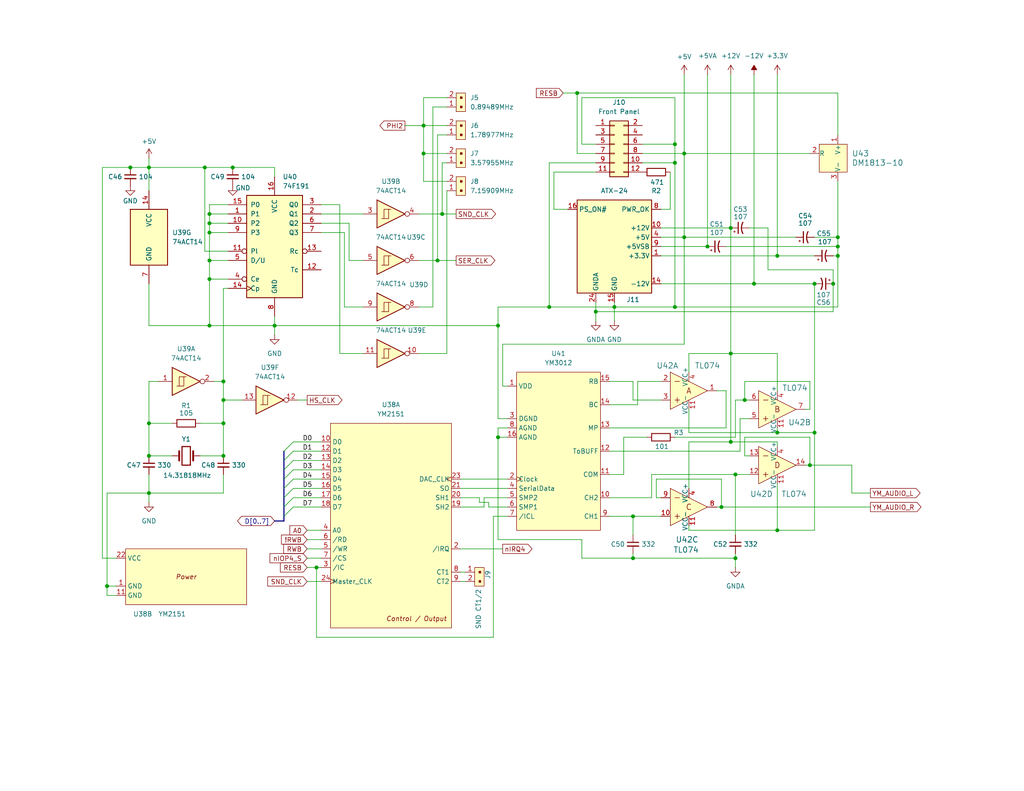
<source format=kicad_sch>
(kicad_sch (version 20250114) (generator "eeschema") (generator_version "9.0")
  (paper "USLetter")
  (title_block (title "Sound, Clocks, and Power") (date "2025-09-18") (rev "1.6F") (company "Data Tuning") (comment 1 "Hydra 16"))
  (junction (at 228.6 64.77))
  (junction (at 220.98 127))
  (junction (at 227.33 77.47))
  (junction (at 40.64 124.46))
  (junction (at 120.65 58.42))
  (junction (at 199.39 96.52))
  (junction (at 212.09 144.78))
  (junction (at 74.93 88.9))
  (junction (at 60.96 115.57))
  (junction (at 57.15 71.12))
  (junction (at 200.66 152.4))
  (junction (at 186.69 64.77))
  (junction (at 222.25 77.47))
  (junction (at 222.25 118.11))
  (junction (at 199.39 62.23))
  (junction (at 205.74 77.47))
  (junction (at 184.15 83.82))
  (junction (at 57.15 60.96))
  (junction (at 228.6 69.85))
  (junction (at 157.48 25.4))
  (junction (at 40.64 115.57))
  (junction (at 184.15 39.37))
  (junction (at 35.56 45.72))
  (junction (at 184.15 44.45))
  (junction (at 193.04 67.31))
  (junction (at 135.89 88.9))
  (junction (at 172.72 152.4))
  (junction (at 203.2 109.22))
  (junction (at 57.15 76.2))
  (junction (at 115.57 41.91))
  (junction (at 228.6 67.31))
  (junction (at 29.21 160.02))
  (junction (at 40.64 45.72))
  (junction (at 200.66 129.54))
  (junction (at 60.96 104.14))
  (junction (at 212.09 118.11))
  (junction (at 149.86 83.82))
  (junction (at 199.39 120.65))
  (junction (at 40.64 134.62))
  (junction (at 57.15 88.9))
  (junction (at 162.56 85.09))
  (junction (at 172.72 140.97))
  (junction (at 60.96 124.46))
  (junction (at 196.85 138.43))
  (junction (at 63.5 45.72))
  (junction (at 115.57 34.29))
  (junction (at 186.69 41.91))
  (junction (at 212.09 69.85))
  (junction (at 86.36 154.94))
  (junction (at 57.15 58.42))
  (junction (at 60.96 109.22))
  (junction (at 55.88 45.72))
  (junction (at 57.15 63.5))
  (junction (at 119.38 71.12))
  (junction (at 135.89 119.38))
  (junction (at 167.64 83.82))
  (bus_entry (at 80.01 133.35) (size -2.54 2.54))
  (bus_entry (at 80.01 123.19) (size -2.54 2.54))
  (bus_entry (at 80.01 125.73) (size -2.54 2.54))
  (bus_entry (at 80.01 135.89) (size -2.54 2.54))
  (bus_entry (at 80.01 130.81) (size -2.54 2.54))
  (bus_entry (at 80.01 138.43) (size -2.54 2.54))
  (bus_entry (at 80.01 120.65) (size -2.54 2.54))
  (bus_entry (at 80.01 128.27) (size -2.54 2.54))
  (wire (pts (xy 35.56 45.72) (xy 40.64 45.72)))
  (wire (pts (xy 151.13 57.15) (xy 154.94 57.15)))
  (wire (pts (xy 74.93 91.44) (xy 74.93 88.9)))
  (wire (pts (xy 92.71 96.52) (xy 92.71 55.88)))
  (wire (pts (xy 184.15 119.38) (xy 200.66 119.38)))
  (wire (pts (xy 199.39 96.52) (xy 212.09 96.52)))
  (wire (pts (xy 57.15 60.96) (xy 57.15 63.5)))
  (wire (pts (xy 115.57 34.29) (xy 110.49 34.29)))
  (wire (pts (xy 137.16 105.41) (xy 138.43 105.41)))
  (wire (pts (xy 173.99 110.49) (xy 173.99 104.14)))
  (wire (pts (xy 127 156.21) (xy 125.73 156.21)))
  (wire (pts (xy 115.57 26.67) (xy 115.57 34.29)))
  (wire (pts (xy 180.34 69.85) (xy 212.09 69.85)))
  (wire (pts (xy 220.98 127) (xy 232.41 127)))
  (wire (pts (xy 60.96 104.14) (xy 60.96 109.22)))
  (wire (pts (xy 114.3 71.12) (xy 119.38 71.12)))
  (wire (pts (xy 193.04 20.32) (xy 193.04 67.31)))
  (wire (pts (xy 99.06 96.52) (xy 92.71 96.52)))
  (wire (pts (xy 184.15 26.67) (xy 184.15 39.37)))
  (wire (pts (xy 203.2 104.14) (xy 220.98 104.14)))
  (wire (pts (xy 186.69 41.91) (xy 186.69 20.32)))
  (wire (pts (xy 60.96 109.22) (xy 60.96 115.57)))
  (wire (pts (xy 57.15 76.2) (xy 57.15 88.9)))
  (wire (pts (xy 95.25 71.12) (xy 99.06 71.12)))
  (wire (pts (xy 80.01 128.27) (xy 87.63 128.27)))
  (wire (pts (xy 40.64 104.14) (xy 40.64 115.57)))
  (wire (pts (xy 55.88 45.72) (xy 55.88 68.58)))
  (wire (pts (xy 57.15 63.5) (xy 62.23 63.5)))
  (wire (pts (xy 180.34 62.23) (xy 199.39 62.23)))
  (wire (pts (xy 199.39 96.52) (xy 199.39 120.65)))
  (wire (pts (xy 200.66 152.4) (xy 200.66 154.94)))
  (wire (pts (xy 167.64 87.63) (xy 167.64 83.82)))
  (wire (pts (xy 60.96 78.74) (xy 60.96 104.14)))
  (wire (pts (xy 87.63 58.42) (xy 99.06 58.42)))
  (wire (pts (xy 137.16 149.86) (xy 125.73 149.86)))
  (wire (pts (xy 134.62 140.97) (xy 138.43 140.97)))
  (wire (pts (xy 170.18 119.38) (xy 170.18 129.54)))
  (bus (pts (xy 77.47 135.89) (xy 77.47 138.43)))
  (wire (pts (xy 167.64 83.82) (xy 184.15 83.82)))
  (wire (pts (xy 203.2 124.46) (xy 203.2 119.38)))
  (wire (pts (xy 200.66 109.22) (xy 203.2 109.22)))
  (wire (pts (xy 180.34 67.31) (xy 193.04 67.31)))
  (bus (pts (xy 77.47 125.73) (xy 77.47 128.27)))
  (wire (pts (xy 153.67 25.4) (xy 157.48 25.4)))
  (wire (pts (xy 162.56 85.09) (xy 162.56 87.63)))
  (wire (pts (xy 187.96 144.78) (xy 187.96 143.51)))
  (wire (pts (xy 120.65 58.42) (xy 124.46 58.42)))
  (wire (pts (xy 212.09 118.11) (xy 222.25 118.11)))
  (wire (pts (xy 196.85 138.43) (xy 237.49 138.43)))
  (wire (pts (xy 31.75 152.4) (xy 27.94 152.4)))
  (wire (pts (xy 137.16 105.41) (xy 137.16 93.98)))
  (wire (pts (xy 199.39 120.65) (xy 187.96 120.65)))
  (wire (pts (xy 173.99 104.14) (xy 180.34 104.14)))
  (wire (pts (xy 57.15 58.42) (xy 62.23 58.42)))
  (wire (pts (xy 74.93 88.9) (xy 135.89 88.9)))
  (wire (pts (xy 172.72 146.05) (xy 172.72 140.97)))
  (wire (pts (xy 180.34 135.89) (xy 179.07 135.89)))
  (wire (pts (xy 60.96 134.62) (xy 40.64 134.62)))
  (wire (pts (xy 135.89 83.82) (xy 149.86 83.82)))
  (wire (pts (xy 119.38 36.83) (xy 119.38 71.12)))
  (wire (pts (xy 228.6 49.53) (xy 228.6 64.77)))
  (wire (pts (xy 81.28 109.22) (xy 83.82 109.22)))
  (wire (pts (xy 199.39 62.23) (xy 199.39 96.52)))
  (bus (pts (xy 77.47 140.97) (xy 77.47 142.24)))
  (wire (pts (xy 203.2 109.22) (xy 204.47 109.22)))
  (wire (pts (xy 60.96 115.57) (xy 60.96 124.46)))
  (wire (pts (xy 121.92 41.91) (xy 115.57 41.91)))
  (wire (pts (xy 55.88 45.72) (xy 63.5 45.72)))
  (wire (pts (xy 57.15 60.96) (xy 62.23 60.96)))
  (wire (pts (xy 151.13 46.99) (xy 151.13 57.15)))
  (wire (pts (xy 133.35 138.43) (xy 138.43 138.43)))
  (wire (pts (xy 179.07 135.89) (xy 179.07 130.81)))
  (wire (pts (xy 80.01 123.19) (xy 87.63 123.19)))
  (wire (pts (xy 184.15 83.82) (xy 228.6 83.82)))
  (wire (pts (xy 125.73 138.43) (xy 132.08 138.43)))
  (wire (pts (xy 119.38 71.12) (xy 124.46 71.12)))
  (wire (pts (xy 74.93 45.72) (xy 74.93 48.26)))
  (wire (pts (xy 27.94 45.72) (xy 35.56 45.72)))
  (wire (pts (xy 121.92 49.53) (xy 115.57 49.53)))
  (wire (pts (xy 158.75 26.67) (xy 184.15 26.67)))
  (wire (pts (xy 228.6 64.77) (xy 228.6 67.31)))
  (wire (pts (xy 54.61 124.46) (xy 60.96 124.46)))
  (wire (pts (xy 200.66 152.4) (xy 172.72 152.4)))
  (wire (pts (xy 40.64 129.54) (xy 40.64 134.62)))
  (wire (pts (xy 196.85 130.81) (xy 196.85 138.43)))
  (wire (pts (xy 228.6 25.4) (xy 228.6 36.83)))
  (wire (pts (xy 187.96 111.76) (xy 187.96 118.11)))
  (wire (pts (xy 60.96 78.74) (xy 62.23 78.74)))
  (wire (pts (xy 186.69 64.77) (xy 217.17 64.77)))
  (bus (pts (xy 77.47 138.43) (xy 77.47 140.97)))
  (wire (pts (xy 162.56 82.55) (xy 162.56 85.09)))
  (wire (pts (xy 132.08 135.89) (xy 132.08 138.43)))
  (wire (pts (xy 40.64 115.57) (xy 40.64 124.46)))
  (wire (pts (xy 133.35 137.16) (xy 133.35 138.43)))
  (wire (pts (xy 115.57 34.29) (xy 115.57 41.91)))
  (wire (pts (xy 166.37 135.89) (xy 177.8 135.89)))
  (wire (pts (xy 219.71 127) (xy 220.98 127)))
  (wire (pts (xy 228.6 69.85) (xy 228.6 83.82)))
  (wire (pts (xy 87.63 154.94) (xy 86.36 154.94)))
  (wire (pts (xy 40.64 77.47) (xy 40.64 88.9)))
  (wire (pts (xy 27.94 152.4) (xy 27.94 45.72)))
  (wire (pts (xy 177.8 135.89) (xy 177.8 129.54)))
  (bus (pts (xy 77.47 130.81) (xy 77.47 133.35)))
  (wire (pts (xy 87.63 63.5) (xy 93.98 63.5)))
  (wire (pts (xy 199.39 120.65) (xy 212.09 120.65)))
  (wire (pts (xy 212.09 96.52) (xy 212.09 106.68)))
  (wire (pts (xy 74.93 88.9) (xy 57.15 88.9)))
  (wire (pts (xy 80.01 135.89) (xy 87.63 135.89)))
  (wire (pts (xy 162.56 85.09) (xy 227.33 85.09)))
  (wire (pts (xy 74.93 86.36) (xy 74.93 88.9)))
  (wire (pts (xy 60.96 129.54) (xy 60.96 134.62)))
  (wire (pts (xy 222.25 144.78) (xy 212.09 144.78)))
  (wire (pts (xy 80.01 120.65) (xy 87.63 120.65)))
  (wire (pts (xy 187.96 120.65) (xy 187.96 133.35)))
  (wire (pts (xy 87.63 55.88) (xy 92.71 55.88)))
  (wire (pts (xy 57.15 58.42) (xy 57.15 60.96)))
  (wire (pts (xy 40.64 45.72) (xy 55.88 45.72)))
  (wire (pts (xy 166.37 104.14) (xy 172.72 104.14)))
  (wire (pts (xy 200.66 146.05) (xy 200.66 129.54)))
  (wire (pts (xy 40.64 124.46) (xy 46.99 124.46)))
  (wire (pts (xy 222.25 64.77) (xy 228.6 64.77)))
  (wire (pts (xy 29.21 160.02) (xy 29.21 162.56)))
  (wire (pts (xy 83.82 154.94) (xy 86.36 154.94)))
  (wire (pts (xy 187.96 118.11) (xy 212.09 118.11)))
  (wire (pts (xy 157.48 41.91) (xy 162.56 41.91)))
  (wire (pts (xy 228.6 67.31) (xy 228.6 69.85)))
  (wire (pts (xy 57.15 55.88) (xy 57.15 58.42)))
  (wire (pts (xy 184.15 39.37) (xy 184.15 44.45)))
  (wire (pts (xy 228.6 25.4) (xy 157.48 25.4)))
  (wire (pts (xy 86.36 173.99) (xy 134.62 173.99)))
  (wire (pts (xy 114.3 96.52) (xy 121.92 96.52)))
  (wire (pts (xy 60.96 104.14) (xy 58.42 104.14)))
  (wire (pts (xy 187.96 144.78) (xy 212.09 144.78)))
  (wire (pts (xy 175.26 39.37) (xy 184.15 39.37)))
  (wire (pts (xy 158.75 39.37) (xy 158.75 26.67)))
  (wire (pts (xy 200.66 151.13) (xy 200.66 152.4)))
  (wire (pts (xy 220.98 111.76) (xy 219.71 111.76)))
  (wire (pts (xy 162.56 39.37) (xy 158.75 39.37)))
  (wire (pts (xy 149.86 83.82) (xy 167.64 83.82)))
  (wire (pts (xy 93.98 63.5) (xy 93.98 83.82)))
  (wire (pts (xy 212.09 69.85) (xy 212.09 20.32)))
  (wire (pts (xy 158.75 152.4) (xy 172.72 152.4)))
  (wire (pts (xy 40.64 104.14) (xy 43.18 104.14)))
  (wire (pts (xy 57.15 76.2) (xy 62.23 76.2)))
  (wire (pts (xy 135.89 114.3) (xy 135.89 88.9)))
  (wire (pts (xy 166.37 116.84) (xy 198.12 116.84)))
  (wire (pts (xy 205.74 77.47) (xy 222.25 77.47)))
  (wire (pts (xy 204.47 124.46) (xy 203.2 124.46)))
  (wire (pts (xy 149.86 44.45) (xy 149.86 83.82)))
  (wire (pts (xy 57.15 63.5) (xy 57.15 71.12)))
  (wire (pts (xy 201.93 123.19) (xy 201.93 114.3)))
  (wire (pts (xy 200.66 119.38) (xy 200.66 109.22)))
  (wire (pts (xy 83.82 158.75) (xy 87.63 158.75)))
  (wire (pts (xy 125.73 135.89) (xy 130.81 135.89)))
  (wire (pts (xy 29.21 160.02) (xy 29.21 134.62)))
  (wire (pts (xy 172.72 152.4) (xy 172.72 151.13)))
  (wire (pts (xy 209.55 73.66) (xy 227.33 73.66)))
  (wire (pts (xy 200.66 129.54) (xy 204.47 129.54)))
  (wire (pts (xy 172.72 104.14) (xy 172.72 109.22)))
  (wire (pts (xy 179.07 130.81) (xy 196.85 130.81)))
  (wire (pts (xy 180.34 64.77) (xy 186.69 64.77)))
  (wire (pts (xy 95.25 60.96) (xy 95.25 71.12)))
  (wire (pts (xy 60.96 109.22) (xy 66.04 109.22)))
  (wire (pts (xy 115.57 41.91) (xy 115.57 49.53)))
  (wire (pts (xy 121.92 96.52) (xy 121.92 52.07)))
  (wire (pts (xy 130.81 137.16) (xy 133.35 137.16)))
  (wire (pts (xy 198.12 116.84) (xy 198.12 106.68)))
  (wire (pts (xy 121.92 36.83) (xy 119.38 36.83)))
  (wire (pts (xy 31.75 160.02) (xy 29.21 160.02)))
  (wire (pts (xy 40.64 43.18) (xy 40.64 45.72)))
  (wire (pts (xy 87.63 60.96) (xy 95.25 60.96)))
  (wire (pts (xy 138.43 135.89) (xy 132.08 135.89)))
  (wire (pts (xy 121.92 29.21) (xy 118.11 29.21)))
  (wire (pts (xy 175.26 44.45) (xy 184.15 44.45)))
  (bus (pts (xy 77.47 133.35) (xy 77.47 135.89)))
  (wire (pts (xy 187.96 101.6) (xy 187.96 96.52)))
  (bus (pts (xy 77.47 123.19) (xy 77.47 125.73)))
  (wire (pts (xy 29.21 134.62) (xy 40.64 134.62)))
  (wire (pts (xy 135.89 83.82) (xy 135.89 88.9)))
  (wire (pts (xy 232.41 127) (xy 232.41 134.62)))
  (wire (pts (xy 205.74 77.47) (xy 180.34 77.47)))
  (wire (pts (xy 222.25 77.47) (xy 222.25 118.11)))
  (wire (pts (xy 177.8 129.54) (xy 200.66 129.54)))
  (wire (pts (xy 180.34 57.15) (xy 182.88 57.15)))
  (wire (pts (xy 93.98 83.82) (xy 99.06 83.82)))
  (wire (pts (xy 29.21 162.56) (xy 31.75 162.56)))
  (wire (pts (xy 205.74 20.32) (xy 205.74 77.47)))
  (wire (pts (xy 57.15 71.12) (xy 57.15 76.2)))
  (wire (pts (xy 83.82 152.4) (xy 87.63 152.4)))
  (wire (pts (xy 198.12 106.68) (xy 195.58 106.68)))
  (wire (pts (xy 212.09 116.84) (xy 212.09 118.11)))
  (wire (pts (xy 172.72 109.22) (xy 180.34 109.22)))
  (wire (pts (xy 232.41 134.62) (xy 237.49 134.62)))
  (wire (pts (xy 135.89 116.84) (xy 138.43 116.84)))
  (wire (pts (xy 186.69 64.77) (xy 186.69 93.98)))
  (wire (pts (xy 83.82 144.78) (xy 87.63 144.78)))
  (wire (pts (xy 187.96 96.52) (xy 199.39 96.52)))
  (wire (pts (xy 195.58 138.43) (xy 196.85 138.43)))
  (wire (pts (xy 198.12 67.31) (xy 228.6 67.31)))
  (wire (pts (xy 135.89 119.38) (xy 135.89 147.32)))
  (wire (pts (xy 80.01 133.35) (xy 87.63 133.35)))
  (wire (pts (xy 121.92 26.67) (xy 115.57 26.67)))
  (wire (pts (xy 209.55 62.23) (xy 209.55 73.66)))
  (wire (pts (xy 209.55 62.23) (xy 204.47 62.23)))
  (wire (pts (xy 167.64 82.55) (xy 167.64 83.82)))
  (wire (pts (xy 83.82 149.86) (xy 87.63 149.86)))
  (wire (pts (xy 170.18 119.38) (xy 176.53 119.38)))
  (wire (pts (xy 175.26 41.91) (xy 186.69 41.91)))
  (wire (pts (xy 220.98 119.38) (xy 220.98 127)))
  (wire (pts (xy 127 158.75) (xy 125.73 158.75)))
  (wire (pts (xy 125.73 130.81) (xy 138.43 130.81)))
  (wire (pts (xy 203.2 119.38) (xy 220.98 119.38)))
  (wire (pts (xy 227.33 85.09) (xy 227.33 77.47)))
  (wire (pts (xy 172.72 140.97) (xy 180.34 140.97)))
  (wire (pts (xy 157.48 25.4) (xy 157.48 41.91)))
  (wire (pts (xy 222.25 69.85) (xy 212.09 69.85)))
  (wire (pts (xy 86.36 154.94) (xy 86.36 173.99)))
  (wire (pts (xy 212.09 121.92) (xy 212.09 120.65)))
  (wire (pts (xy 80.01 138.43) (xy 87.63 138.43)))
  (wire (pts (xy 40.64 115.57) (xy 46.99 115.57)))
  (wire (pts (xy 227.33 73.66) (xy 227.33 77.47)))
  (wire (pts (xy 40.64 134.62) (xy 40.64 137.16)))
  (wire (pts (xy 138.43 119.38) (xy 135.89 119.38)))
  (wire (pts (xy 135.89 116.84) (xy 135.89 119.38)))
  (wire (pts (xy 57.15 88.9) (xy 40.64 88.9)))
  (wire (pts (xy 186.69 41.91) (xy 220.98 41.91)))
  (wire (pts (xy 80.01 125.73) (xy 87.63 125.73)))
  (wire (pts (xy 212.09 132.08) (xy 212.09 144.78)))
  (wire (pts (xy 227.33 69.85) (xy 228.6 69.85)))
  (wire (pts (xy 201.93 114.3) (xy 204.47 114.3)))
  (wire (pts (xy 134.62 173.99) (xy 134.62 140.97)))
  (wire (pts (xy 137.16 93.98) (xy 186.69 93.98)))
  (bus (pts (xy 74.93 142.24) (xy 77.47 142.24)))
  (wire (pts (xy 118.11 83.82) (xy 114.3 83.82)))
  (wire (pts (xy 158.75 147.32) (xy 158.75 152.4)))
  (wire (pts (xy 138.43 114.3) (xy 135.89 114.3)))
  (wire (pts (xy 203.2 109.22) (xy 203.2 104.14)))
  (wire (pts (xy 149.86 44.45) (xy 162.56 44.45)))
  (wire (pts (xy 135.89 147.32) (xy 158.75 147.32)))
  (wire (pts (xy 222.25 118.11) (xy 222.25 144.78)))
  (wire (pts (xy 83.82 147.32) (xy 87.63 147.32)))
  (wire (pts (xy 54.61 115.57) (xy 60.96 115.57)))
  (wire (pts (xy 62.23 68.58) (xy 55.88 68.58)))
  (wire (pts (xy 166.37 129.54) (xy 170.18 129.54)))
  (wire (pts (xy 199.39 20.32) (xy 199.39 62.23)))
  (wire (pts (xy 63.5 45.72) (xy 74.93 45.72)))
  (wire (pts (xy 166.37 110.49) (xy 173.99 110.49)))
  (wire (pts (xy 162.56 46.99) (xy 151.13 46.99)))
  (wire (pts (xy 121.92 44.45) (xy 120.65 44.45)))
  (wire (pts (xy 114.3 58.42) (xy 120.65 58.42)))
  (wire (pts (xy 220.98 104.14) (xy 220.98 111.76)))
  (wire (pts (xy 166.37 140.97) (xy 172.72 140.97)))
  (wire (pts (xy 120.65 44.45) (xy 120.65 58.42)))
  (wire (pts (xy 182.88 46.99) (xy 182.88 57.15)))
  (wire (pts (xy 118.11 29.21) (xy 118.11 83.82)))
  (wire (pts (xy 62.23 71.12) (xy 57.15 71.12)))
  (wire (pts (xy 121.92 34.29) (xy 115.57 34.29)))
  (wire (pts (xy 186.69 41.91) (xy 186.69 64.77)))
  (wire (pts (xy 166.37 123.19) (xy 201.93 123.19)))
  (wire (pts (xy 125.73 133.35) (xy 138.43 133.35)))
  (wire (pts (xy 130.81 135.89) (xy 130.81 137.16)))
  (wire (pts (xy 80.01 130.81) (xy 87.63 130.81)))
  (wire (pts (xy 57.15 55.88) (xy 62.23 55.88)))
  (wire (pts (xy 40.64 52.07) (xy 40.64 45.72)))
  (wire (pts (xy 184.15 44.45) (xy 184.15 83.82)))
  (bus (pts (xy 77.47 128.27) (xy 77.47 130.81)))
  (label "D3" (at 82.55 128.27 0))
  (label "D7" (at 82.55 138.43 0))
  (label "D4" (at 82.55 130.81 0))
  (label "D0" (at 82.55 120.65 0))
  (label "D1" (at 82.55 123.19 0))
  (label "D6" (at 82.55 135.89 0))
  (label "D2" (at 82.55 125.73 0))
  (label "D5" (at 82.55 133.35 0))
  (global_label "SND_CLK" (shape output) (at 124.46 58.42 0) (property "Intersheetrefs" "${INTERSHEET_REFS}" (effects (hide yes))))
  (global_label "PHI2" (shape output) (at 110.49 34.29 180) (property "Intersheetrefs" "${INTERSHEET_REFS}" (effects (hide yes))))
  (global_label "nIRQ4" (shape output) (at 137.16 149.86 0) (property "Intersheetrefs" "${INTERSHEET_REFS}" (effects (hide yes))))
  (global_label "RWB" (shape input) (at 83.82 149.86 180) (property "Intersheetrefs" "${INTERSHEET_REFS}" (effects (hide yes))))
  (global_label "YM_AUDIO_R" (shape output) (at 237.49 138.43 0) (property "Intersheetrefs" "${INTERSHEET_REFS}" (effects (hide yes))))
  (global_label "!RWB" (shape input) (at 83.82 147.32 180) (property "Intersheetrefs" "${INTERSHEET_REFS}" (effects (hide yes))))
  (global_label "D[0..7]" (shape tri_state) (at 74.93 142.24 180) (property "Intersheetrefs" "${INTERSHEET_REFS}" (effects (hide yes))))
  (global_label "nIOP4_S" (shape input) (at 83.82 152.4 180) (property "Intersheetrefs" "${INTERSHEET_REFS}" (effects (hide yes))))
  (global_label "YM_AUDIO_L" (shape output) (at 237.49 134.62 0) (property "Intersheetrefs" "${INTERSHEET_REFS}" (effects (hide yes))))
  (global_label "HS_CLK" (shape output) (at 83.82 109.22 0) (property "Intersheetrefs" "${INTERSHEET_REFS}" (effects (hide yes))))
  (global_label "A0" (shape input) (at 83.82 144.78 180) (property "Intersheetrefs" "${INTERSHEET_REFS}" (effects (hide yes))))
  (global_label "SND_CLK" (shape input) (at 83.82 158.75 180) (property "Intersheetrefs" "${INTERSHEET_REFS}" (effects (hide yes))))
  (global_label "SER_CLK" (shape output) (at 124.46 71.12 0) (property "Intersheetrefs" "${INTERSHEET_REFS}" (effects (hide yes))))
  (global_label "RESB" (shape input) (at 153.67 25.4 180) (property "Intersheetrefs" "${INTERSHEET_REFS}" (effects (hide yes))))
  (global_label "RESB" (shape input) (at 83.82 154.94 180) (property "Intersheetrefs" "${INTERSHEET_REFS}" (effects (hide yes))))
  (symbol (lib_id "Device:C_Small") (at 200.66 148.59 0) (unit 1)
    (property "Reference" "C52" (at 194.564 148.59 0) (effects (justify left)))
    (property "Value" "332" (at 202.946 148.59 0) (effects (justify left)))
    (property "Footprint" "Capacitor_THT:C_Disc_D5.0mm_W2.5mm_P2.50mm" (effects (hide yes)))
    (property "Description" "Unpolarized capacitor, small symbol" (effects (hide yes)))
  )
  (symbol (lib_id "power:+5V") (at 186.69 20.32 0) (unit 1)
    (property "Reference" "#PWR032" (effects (hide yes)))
    (property "Value" "+5V" (at 186.69 15.494 0))
    (property "Description" "Power symbol creates a global label with name \"+5V\"" (effects (hide yes)))
  )
  (symbol (lib_id "dk_Linear-Amplifiers-Instrumentation-OP-Amps-Buffer-Amps:TL074CN") (at 212.09 127 0) (unit 4)
    (property "Reference" "U42" (at 207.772 134.874 0) (effects (font (size 1.524 1.524))))
    (property "Value" "TL074" (at 216.662 134.874 0) (effects (font (size 1.524 1.524))))
    (property "Footprint" "Package_DIP:DIP-14_W7.62mm_Socket_LongPads" (effects (hide yes)))
    (property "Digi-Key_PN" "296-1777-ND" (effects (hide yes)))
    (property "MPN" "TL074CN" (effects (hide yes)))
    (property "Category" "Integrated Circuits (ICs)" (effects (hide yes)))
    (property "Family" "Linear - Amplifiers - Instrumentation, OP Amps, Buffer Amps" (effects (hide yes)))
    (property "DK_Datasheet_Link" "http://www.ti.com/general/docs/suppproductinfo.tsp?distId=10&gotoUrl=http%3A%2F%2Fwww.ti.com%2Flit%2Fgpn%2Ftl071a" (effects (hide yes)))
    (property "DK_Detail_Page" "/product-detail/en/texas-instruments/TL074CN/296-1777-ND/277423" (effects (hide yes)))
    (property "Description_1" "IC OPAMP JFET 4 CIRCUIT 14DIP" (effects (hide yes)))
    (property "Manufacturer" "Texas Instruments" (effects (hide yes)))
    (property "Status" "Active" (effects (hide yes)))
  )
  (symbol (lib_id "74xx:74HC14") (at 73.66 109.22 0) (unit 6)
    (property "Reference" "U39" (at 73.66 100.33 0))
    (property "Value" "74ACT14" (at 73.66 102.87 0))
    (property "Footprint" "Package_DIP:DIP-14_W7.62mm_Socket_LongPads" (effects (hide yes)))
    (property "Datasheet" "http://www.ti.com/lit/gpn/sn74HC14" (effects (hide yes)))
    (property "Description" "Hex inverter schmitt trigger" (effects (hide yes)))
  )
  (symbol (lib_id "74xx:74LS191") (at 74.93 66.04 0) (unit 1)
    (property "Reference" "U40" (at 77.1241 48.26 0) (effects (justify left)))
    (property "Value" "74F191" (at 77.1241 50.8 0) (effects (justify left)))
    (property "Footprint" "Package_DIP:DIP-16_W7.62mm_Socket_LongPads" (effects (hide yes)))
    (property "Datasheet" "http://www.ti.com/lit/gpn/sn74LS191" (effects (hide yes)))
    (property "Description" "4-bit Synchronous Up/Down binary Counter" (effects (hide yes)))
  )
  (symbol (lib_id "Device:R") (at 180.34 119.38 90) (unit 1)
    (property "Reference" "R3" (at 185.166 118.11 90))
    (property "Value" "101" (at 180.594 121.92 90))
    (property "Footprint" "Resistor_THT:R_Axial_DIN0204_L3.6mm_D1.6mm_P5.08mm_Horizontal" (effects (hide yes)))
    (property "Description" "Resistor" (effects (hide yes)))
  )
  (symbol (lib_id "power:GND") (at 167.64 87.63 0) (unit 1)
    (property "Reference" "#PWR031" (effects (hide yes)))
    (property "Value" "GND" (at 167.64 92.71 0))
    (property "Description" "Power symbol creates a global label with name \"GND\" , ground" (effects (hide yes)))
  )
  (symbol (lib_id "power:+12V") (at 199.39 20.32 0) (unit 1)
    (property "Reference" "#PWR034" (effects (hide yes)))
    (property "Value" "+12V" (at 199.39 15.24 0))
    (property "Description" "Power symbol creates a global label with name \"+12V\"" (effects (hide yes)))
  )
  (symbol (lib_id "74xx:74HC14") (at 106.68 71.12 0) (unit 3)
    (property "Reference" "U39" (at 113.538 64.77 0))
    (property "Value" "74ACT14" (at 106.68 64.77 0))
    (property "Footprint" "Package_DIP:DIP-14_W7.62mm_Socket_LongPads" (effects (hide yes)))
    (property "Datasheet" "http://www.ti.com/lit/gpn/sn74HC14" (effects (hide yes)))
    (property "Description" "Hex inverter schmitt trigger" (effects (hide yes)))
  )
  (symbol (lib_id "74xx:74HC14") (at 106.68 96.52 0) (unit 5)
    (property "Reference" "U39" (at 113.792 90.17 0))
    (property "Value" "74ACT14" (at 106.68 90.17 0))
    (property "Footprint" "Package_DIP:DIP-14_W7.62mm_Socket_LongPads" (effects (hide yes)))
    (property "Datasheet" "http://www.ti.com/lit/gpn/sn74HC14" (effects (hide yes)))
    (property "Description" "Hex inverter schmitt trigger" (effects (hide yes)))
  )
  (symbol (lib_id "74xx:74HC14") (at 106.68 83.82 0) (unit 4)
    (property "Reference" "U39" (at 114.3 77.724 0))
    (property "Value" "74ACT14" (at 106.68 77.47 0))
    (property "Footprint" "Package_DIP:DIP-14_W7.62mm_Socket_LongPads" (effects (hide yes)))
    (property "Datasheet" "http://www.ti.com/lit/gpn/sn74HC14" (effects (hide yes)))
    (property "Description" "Hex inverter schmitt trigger" (effects (hide yes)))
  )
  (symbol (lib_id "dk_Rectangular-Connectors-Headers-Male-Pins:22-23-2021") (at 124.46 52.07 90) (unit 1)
    (property "Reference" "J8" (at 128.27 49.5299 90) (effects (justify right)))
    (property "Value" "7.15909MHz" (at 128.27 52.0699 90) (effects (justify right)))
    (property "Footprint" "Connector_PinHeader_2.54mm:PinHeader_2x01_P2.54mm_Vertical" (effects (hide yes)))
    (property "Datasheet" "https://media.digikey.com/pdf/Data%20Sheets/Molex%20PDFs/A-6373-N_Series_Dwg_2010-12-03.pdf" (effects (hide yes)))
    (property "Description" "CONN HEADER VERT 2POS 2.54MM" (effects (hide yes)))
    (property "Digi-Key_PN" "WM4200-ND" (effects (hide yes)))
    (property "MPN" "22-23-2021" (effects (hide yes)))
    (property "Category" "Connectors, Interconnects" (effects (hide yes)))
    (property "Family" "Rectangular Connectors - Headers, Male Pins" (effects (hide yes)))
    (property "DK_Datasheet_Link" "https://media.digikey.com/pdf/Data%20Sheets/Molex%20PDFs/A-6373-N_Series_Dwg_2010-12-03.pdf" (effects (hide yes)))
    (property "DK_Detail_Page" "/product-detail/en/molex/22-23-2021/WM4200-ND/26667" (effects (hide yes)))
    (property "Description_1" "CONN HEADER VERT 2POS 2.54MM" (effects (hide yes)))
    (property "Manufacturer" "Molex" (effects (hide yes)))
    (property "Status" "Active" (effects (hide yes)))
  )
  (symbol (lib_id "Device:C_Polarized_Small_US") (at 224.79 69.85 90) (unit 1)
    (property "Reference" "C55" (at 224.79 63.754 90))
    (property "Value" "107" (at 225.044 66.04 90))
    (property "Footprint" "Capacitor_THT:CP_Radial_D6.3mm_P2.50mm" (effects (hide yes)))
    (property "Description" "Polarized capacitor, small US symbol" (effects (hide yes)))
  )
  (symbol (lib_id "power:GND") (at 74.93 91.44 0) (unit 1)
    (property "Reference" "#PWR029" (effects (hide yes)))
    (property "Value" "GND" (at 74.93 96.52 0))
    (property "Description" "Power symbol creates a global label with name \"GND\" , ground" (effects (hide yes)))
  )
  (symbol (lib_id "Device:R") (at 179.07 46.99 90) (unit 1)
    (property "Reference" "R2" (at 179.07 52.07 90))
    (property "Value" "471" (at 179.324 49.784 90))
    (property "Footprint" "Resistor_THT:R_Axial_DIN0204_L3.6mm_D1.6mm_P5.08mm_Horizontal" (effects (hide yes)))
    (property "Description" "Resistor" (effects (hide yes)))
  )
  (symbol (lib_id "Device:Crystal") (at 50.8 124.46 0) (unit 1)
    (property "Reference" "Y1" (at 50.8 119.888 0))
    (property "Value" "14.31818MHz" (at 51.054 129.794 0))
    (property "Footprint" "Crystal:Crystal_HC18-U_Vertical" (effects (hide yes)))
    (property "Description" "Two pin crystal" (effects (hide yes)))
  )
  (symbol (lib_id "dk_Linear-Amplifiers-Instrumentation-OP-Amps-Buffer-Amps:TL074CN") (at 187.96 106.68 0) (unit 1)
    (property "Reference" "U42" (at 182.118 99.822 0) (effects (font (size 1.524 1.524))))
    (property "Value" "TL074" (at 193.04 99.822 0) (effects (font (size 1.524 1.524))))
    (property "Footprint" "Package_DIP:DIP-14_W7.62mm_Socket_LongPads" (effects (hide yes)))
    (property "Digi-Key_PN" "296-1777-ND" (effects (hide yes)))
    (property "MPN" "TL074CN" (effects (hide yes)))
    (property "Category" "Integrated Circuits (ICs)" (effects (hide yes)))
    (property "Family" "Linear - Amplifiers - Instrumentation, OP Amps, Buffer Amps" (effects (hide yes)))
    (property "DK_Datasheet_Link" "http://www.ti.com/general/docs/suppproductinfo.tsp?distId=10&gotoUrl=http%3A%2F%2Fwww.ti.com%2Flit%2Fgpn%2Ftl071a" (effects (hide yes)))
    (property "DK_Detail_Page" "/product-detail/en/texas-instruments/TL074CN/296-1777-ND/277423" (effects (hide yes)))
    (property "Description_1" "IC OPAMP JFET 4 CIRCUIT 14DIP" (effects (hide yes)))
    (property "Manufacturer" "Texas Instruments" (effects (hide yes)))
    (property "Status" "Active" (effects (hide yes)))
  )
  (symbol (lib_id "power:-12V") (at 205.74 20.32 0) (unit 1)
    (property "Reference" "#PWR036" (effects (hide yes)))
    (property "Value" "-12V" (at 205.74 15.24 0))
    (property "Description" "Power symbol creates a global label with name \"-12V\"" (effects (hide yes)))
  )
  (symbol (lib_id "power:GND") (at 63.5 50.8 0) (unit 1)
    (property "Reference" "#PWR028" (effects (hide yes)))
    (property "Value" "GND" (at 66.294 51.308 0))
    (property "Description" "Power symbol creates a global label with name \"GND\" , ground" (effects (hide yes)))
  )
  (symbol (lib_id "Connector_Generic:Conn_02x06_Odd_Even") (at 167.64 39.37 0) (unit 1)
    (property "Reference" "J10" (at 168.91 27.94 0))
    (property "Value" "Front Panel" (at 168.91 30.48 0))
    (property "Footprint" "Connector_PinHeader_2.54mm:PinHeader_2x06_P2.54mm_Vertical" (effects (hide yes)))
    (property "Description" "Generic connector, double row, 02x06, odd/even pin numbering scheme (row 1 odd numbers, row 2 even numbers), script generated (kicad-library-utils/schlib/autogen/connector/)" (effects (hide yes)))
  )
  (symbol (lib_id "power:+3.3V") (at 212.09 20.32 0) (unit 1)
    (property "Reference" "#PWR037" (effects (hide yes)))
    (property "Value" "+3.3V" (at 212.09 15.24 0))
    (property "Description" "Power symbol creates a global label with name \"+3.3V\"" (effects (hide yes)))
  )
  (symbol (lib_id "Yamaha 2151-3012:YM3012") (at 138.43 140.97 0) (unit 1)
    (property "Reference" "U41" (at 152.4 96.52 0))
    (property "Value" "YM3012" (at 152.4 99.06 0))
    (property "Footprint" "Package_DIP:DIP-16_W7.62mm_Socket_LongPads" (effects (hide yes)))
  )
  (symbol (lib_id "dk_Linear-Amplifiers-Instrumentation-OP-Amps-Buffer-Amps:TL074CN") (at 212.09 111.76 0) (unit 2)
    (property "Reference" "U42" (at 218.186 115.316 0) (effects (font (size 1.524 1.524))))
    (property "Value" "TL074" (at 216.916 105.918 0) (effects (font (size 1.524 1.524))))
    (property "Footprint" "Package_DIP:DIP-14_W7.62mm_Socket_LongPads" (effects (hide yes)))
    (property "Digi-Key_PN" "296-1777-ND" (effects (hide yes)))
    (property "MPN" "TL074CN" (effects (hide yes)))
    (property "Category" "Integrated Circuits (ICs)" (effects (hide yes)))
    (property "Family" "Linear - Amplifiers - Instrumentation, OP Amps, Buffer Amps" (effects (hide yes)))
    (property "DK_Datasheet_Link" "http://www.ti.com/general/docs/suppproductinfo.tsp?distId=10&gotoUrl=http%3A%2F%2Fwww.ti.com%2Flit%2Fgpn%2Ftl071a" (effects (hide yes)))
    (property "DK_Detail_Page" "/product-detail/en/texas-instruments/TL074CN/296-1777-ND/277423" (effects (hide yes)))
    (property "Description_1" "IC OPAMP JFET 4 CIRCUIT 14DIP" (effects (hide yes)))
    (property "Manufacturer" "Texas Instruments" (effects (hide yes)))
    (property "Status" "Active" (effects (hide yes)))
  )
  (symbol (lib_id "dk_Rectangular-Connectors-Headers-Male-Pins:22-23-2021") (at 124.46 36.83 90) (unit 1)
    (property "Reference" "J6" (at 128.27 34.2899 90) (effects (justify right)))
    (property "Value" "1.78977MHz" (at 128.27 36.8299 90) (effects (justify right)))
    (property "Footprint" "Connector_PinHeader_2.54mm:PinHeader_2x01_P2.54mm_Vertical" (effects (hide yes)))
    (property "Datasheet" "https://media.digikey.com/pdf/Data%20Sheets/Molex%20PDFs/A-6373-N_Series_Dwg_2010-12-03.pdf" (effects (hide yes)))
    (property "Description" "CONN HEADER VERT 2POS 2.54MM" (effects (hide yes)))
    (property "Digi-Key_PN" "WM4200-ND" (effects (hide yes)))
    (property "MPN" "22-23-2021" (effects (hide yes)))
    (property "Category" "Connectors, Interconnects" (effects (hide yes)))
    (property "Family" "Rectangular Connectors - Headers, Male Pins" (effects (hide yes)))
    (property "DK_Datasheet_Link" "https://media.digikey.com/pdf/Data%20Sheets/Molex%20PDFs/A-6373-N_Series_Dwg_2010-12-03.pdf" (effects (hide yes)))
    (property "DK_Detail_Page" "/product-detail/en/molex/22-23-2021/WM4200-ND/26667" (effects (hide yes)))
    (property "Description_1" "CONN HEADER VERT 2POS 2.54MM" (effects (hide yes)))
    (property "Manufacturer" "Molex" (effects (hide yes)))
    (property "Status" "Active" (effects (hide yes)))
  )
  (symbol (lib_id "power:GND") (at 40.64 137.16 0) (unit 1)
    (property "Reference" "#PWR027" (effects (hide yes)))
    (property "Value" "GND" (at 40.64 142.24 0))
    (property "Description" "Power symbol creates a global label with name \"GND\" , ground" (effects (hide yes)))
  )
  (symbol (lib_id "Device:C_Small") (at 60.96 127 0) (unit 1)
    (property "Reference" "C48" (at 54.864 127 0) (effects (justify left)))
    (property "Value" "330" (at 63.246 127 0) (effects (justify left)))
    (property "Footprint" "Capacitor_THT:C_Disc_D5.0mm_W2.5mm_P2.50mm" (effects (hide yes)))
    (property "Description" "Unpolarized capacitor, small symbol" (effects (hide yes)))
  )
  (symbol (lib_id "power:GNDA") (at 200.66 154.94 0) (unit 1)
    (property "Reference" "#PWR035" (effects (hide yes)))
    (property "Value" "GNDA" (at 200.66 160.02 0))
    (property "Description" "Power symbol creates a global label with name \"GNDA\" , analog ground" (effects (hide yes)))
  )
  (symbol (lib_id "Device:C_Small") (at 63.5 48.26 0) (unit 1)
    (property "Reference" "C49" (at 57.404 48.26 0) (effects (justify left)))
    (property "Value" "104" (at 65.786 48.26 0) (effects (justify left)))
    (property "Footprint" "Capacitor_THT:C_Disc_D5.0mm_W2.5mm_P5.00mm" (effects (hide yes)))
    (property "Description" "Unpolarized capacitor, small symbol" (effects (hide yes)))
  )
  (symbol (lib_id "74xx:74HC14") (at 106.68 58.42 0) (unit 2)
    (property "Reference" "U39" (at 106.68 49.53 0))
    (property "Value" "74ACT14" (at 106.68 52.07 0))
    (property "Footprint" "Package_DIP:DIP-14_W7.62mm_Socket_LongPads" (effects (hide yes)))
    (property "Datasheet" "http://www.ti.com/lit/gpn/sn74HC14" (effects (hide yes)))
    (property "Description" "Hex inverter schmitt trigger" (effects (hide yes)))
  )
  (symbol (lib_id "dk_PMIC-Current-Regulation-Management:LM334Z_NOPB") (at 228.6 41.91 0) (unit 1)
    (property "Reference" "U43" (at 232.41 41.9099 0) (effects (font (size 1.524 1.524)) (justify left)))
    (property "Value" "DM1813-10" (at 232.41 44.4499 0) (effects (font (size 1.524 1.524)) (justify left)))
    (property "Footprint" "Package_TO_SOT_THT:TO-92_Inline_Wide" (effects (hide yes)))
    (property "Datasheet" "http://www.ti.com/general/docs/suppproductinfo.tsp?distId=10&gotoUrl=http%3A%2F%2Fwww.ti.com%2Flit%2Fgpn%2Flm134" (effects (hide yes)))
    (property "Description" "IC CURRENT SOURCE 3% TO92-3" (effects (hide yes)))
    (property "Digi-Key_PN" "LM334ZNS/NOPB-ND" (effects (hide yes)))
    (property "MPN" "LM334Z/NOPB" (effects (hide yes)))
    (property "Category" "Integrated Circuits (ICs)" (effects (hide yes)))
    (property "Family" "PMIC - Current Regulation/Management" (effects (hide yes)))
    (property "DK_Datasheet_Link" "http://www.ti.com/general/docs/suppproductinfo.tsp?distId=10&gotoUrl=http%3A%2F%2Fwww.ti.com%2Flit%2Fgpn%2Flm134" (effects (hide yes)))
    (property "DK_Detail_Page" "/product-detail/en/texas-instruments/LM334Z-NOPB/LM334ZNS-NOPB-ND/6215" (effects (hide yes)))
    (property "Description_1" "IC CURRENT SOURCE 3% TO92-3" (effects (hide yes)))
    (property "Manufacturer" "Texas Instruments" (effects (hide yes)))
    (property "Status" "Active" (effects (hide yes)))
  )
  (symbol (lib_id "Device:C_Small") (at 40.64 127 0) (unit 1)
    (property "Reference" "C47" (at 34.544 127 0) (effects (justify left)))
    (property "Value" "330" (at 42.926 127 0) (effects (justify left)))
    (property "Footprint" "Capacitor_THT:C_Disc_D5.0mm_W2.5mm_P2.50mm" (effects (hide yes)))
    (property "Description" "Unpolarized capacitor, small symbol" (effects (hide yes)))
  )
  (symbol (lib_id "power:+5VA") (at 193.04 20.32 0) (unit 1)
    (property "Reference" "#PWR033" (effects (hide yes)))
    (property "Value" "+5VA" (at 193.04 15.24 0))
    (property "Description" "Power symbol creates a global label with name \"+5VA\"" (effects (hide yes)))
  )
  (symbol (lib_name "22-23-2021_1") (lib_id "dk_Rectangular-Connectors-Headers-Male-Pins:22-23-2021") (at 129.54 158.75 90) (unit 1)
    (property "Reference" "J9" (at 133.096 155.702 0) (effects (justify right)))
    (property "Value" "SND CT1/2" (at 130.556 160.782 0) (effects (justify right)))
    (property "Footprint" "Connector_PinHeader_2.54mm:PinHeader_2x01_P2.54mm_Vertical" (effects (hide yes)))
    (property "Datasheet" "https://media.digikey.com/pdf/Data%20Sheets/Molex%20PDFs/A-6373-N_Series_Dwg_2010-12-03.pdf" (effects (hide yes)))
    (property "Description" "CONN HEADER VERT 2POS 2.54MM" (effects (hide yes)))
    (property "Digi-Key_PN" "WM4200-ND" (effects (hide yes)))
    (property "MPN" "22-23-2021" (effects (hide yes)))
    (property "Category" "Connectors, Interconnects" (effects (hide yes)))
    (property "Family" "Rectangular Connectors - Headers, Male Pins" (effects (hide yes)))
    (property "DK_Datasheet_Link" "https://media.digikey.com/pdf/Data%20Sheets/Molex%20PDFs/A-6373-N_Series_Dwg_2010-12-03.pdf" (effects (hide yes)))
    (property "DK_Detail_Page" "/product-detail/en/molex/22-23-2021/WM4200-ND/26667" (effects (hide yes)))
    (property "Description_1" "CONN HEADER VERT 2POS 2.54MM" (effects (hide yes)))
    (property "Manufacturer" "Molex" (effects (hide yes)))
    (property "Status" "Active" (effects (hide yes)))
  )
  (symbol (lib_id "Device:C_Polarized_Small_US") (at 201.93 62.23 90) (unit 1)
    (property "Reference" "C53" (at 203.962 57.15 90) (effects (justify left)))
    (property "Value" "107" (at 203.962 59.182 90) (effects (justify left)))
    (property "Footprint" "Capacitor_THT:CP_Radial_D6.3mm_P2.50mm" (effects (hide yes)))
    (property "Description" "Polarized capacitor, small US symbol" (effects (hide yes)))
  )
  (symbol (lib_id "dk_Rectangular-Connectors-Headers-Male-Pins:22-23-2021") (at 124.46 44.45 90) (unit 1)
    (property "Reference" "J7" (at 128.27 41.9099 90) (effects (justify right)))
    (property "Value" "3.57955MHz" (at 128.27 44.4499 90) (effects (justify right)))
    (property "Footprint" "Connector_PinHeader_2.54mm:PinHeader_2x01_P2.54mm_Vertical" (effects (hide yes)))
    (property "Datasheet" "https://media.digikey.com/pdf/Data%20Sheets/Molex%20PDFs/A-6373-N_Series_Dwg_2010-12-03.pdf" (effects (hide yes)))
    (property "Description" "CONN HEADER VERT 2POS 2.54MM" (effects (hide yes)))
    (property "Digi-Key_PN" "WM4200-ND" (effects (hide yes)))
    (property "MPN" "22-23-2021" (effects (hide yes)))
    (property "Category" "Connectors, Interconnects" (effects (hide yes)))
    (property "Family" "Rectangular Connectors - Headers, Male Pins" (effects (hide yes)))
    (property "DK_Datasheet_Link" "https://media.digikey.com/pdf/Data%20Sheets/Molex%20PDFs/A-6373-N_Series_Dwg_2010-12-03.pdf" (effects (hide yes)))
    (property "DK_Detail_Page" "/product-detail/en/molex/22-23-2021/WM4200-ND/26667" (effects (hide yes)))
    (property "Description_1" "CONN HEADER VERT 2POS 2.54MM" (effects (hide yes)))
    (property "Manufacturer" "Molex" (effects (hide yes)))
    (property "Status" "Active" (effects (hide yes)))
  )
  (symbol (lib_id "74xx:74HC14") (at 50.8 104.14 0) (unit 1)
    (property "Reference" "U39" (at 50.8 95.25 0))
    (property "Value" "74ACT14" (at 50.8 97.79 0))
    (property "Footprint" "Package_DIP:DIP-14_W7.62mm_Socket_LongPads" (effects (hide yes)))
    (property "Datasheet" "http://www.ti.com/lit/gpn/sn74HC14" (effects (hide yes)))
    (property "Description" "Hex inverter schmitt trigger" (effects (hide yes)))
  )
  (symbol (lib_id "dk_Rectangular-Connectors-Headers-Male-Pins:22-23-2021") (at 124.46 29.21 90) (unit 1)
    (property "Reference" "J5" (at 128.27 26.6699 90) (effects (justify right)))
    (property "Value" "0.89489MHz" (at 128.27 29.2099 90) (effects (justify right)))
    (property "Footprint" "Connector_PinHeader_2.54mm:PinHeader_2x01_P2.54mm_Vertical" (effects (hide yes)))
    (property "Datasheet" "https://media.digikey.com/pdf/Data%20Sheets/Molex%20PDFs/A-6373-N_Series_Dwg_2010-12-03.pdf" (effects (hide yes)))
    (property "Description" "CONN HEADER VERT 2POS 2.54MM" (effects (hide yes)))
    (property "Digi-Key_PN" "WM4200-ND" (effects (hide yes)))
    (property "MPN" "22-23-2021" (effects (hide yes)))
    (property "Category" "Connectors, Interconnects" (effects (hide yes)))
    (property "Family" "Rectangular Connectors - Headers, Male Pins" (effects (hide yes)))
    (property "DK_Datasheet_Link" "https://media.digikey.com/pdf/Data%20Sheets/Molex%20PDFs/A-6373-N_Series_Dwg_2010-12-03.pdf" (effects (hide yes)))
    (property "DK_Detail_Page" "/product-detail/en/molex/22-23-2021/WM4200-ND/26667" (effects (hide yes)))
    (property "Description_1" "CONN HEADER VERT 2POS 2.54MM" (effects (hide yes)))
    (property "Manufacturer" "Molex" (effects (hide yes)))
    (property "Status" "Active" (effects (hide yes)))
  )
  (symbol (lib_id "Yamaha 2151-3012:YM2151") (at 87.63 168.91 0) (unit 1)
    (property "Reference" "U38" (at 106.68 110.49 0))
    (property "Value" "YM2151" (at 106.68 113.03 0))
    (property "Footprint" "Package_DIP:DIP-24_W15.24mm_Socket_LongPads" (effects (hide yes)))
    (property "Datasheet" "https://fabiensanglard.net/sf2_sound_system/ym2151_datasheet.pdf" (effects (hide yes)))
  )
  (symbol (lib_id "Device:C_Small") (at 35.56 48.26 0) (unit 1)
    (property "Reference" "C46" (at 29.464 48.26 0) (effects (justify left)))
    (property "Value" "104" (at 37.846 48.26 0) (effects (justify left)))
    (property "Footprint" "Capacitor_THT:C_Disc_D5.0mm_W2.5mm_P5.00mm" (effects (hide yes)))
    (property "Description" "Unpolarized capacitor, small symbol" (effects (hide yes)))
  )
  (symbol (lib_id "Device:C_Polarized_Small_US") (at 224.79 77.47 270) (unit 1)
    (property "Reference" "C56" (at 222.758 82.55 90) (effects (justify left)))
    (property "Value" "107" (at 222.758 80.518 90) (effects (justify left)))
    (property "Footprint" "Capacitor_THT:CP_Radial_D6.3mm_P2.50mm" (effects (hide yes)))
    (property "Description" "Polarized capacitor, small US symbol" (effects (hide yes)))
  )
  (symbol (lib_id "Connector:ATX-24") (at 167.64 67.31 0) (unit 1)
    (property "Reference" "J11" (at 172.72 81.788 0))
    (property "Value" "ATX-24" (at 167.64 52.07 0))
    (property "Footprint" "Connector_Molex:Molex_Mini-Fit_Jr_5566-24A2_2x12_P4.20mm_Vertical" (effects (hide yes)))
    (property "Datasheet" "https://www.intel.com/content/dam/www/public/us/en/documents/guides/power-supply-design-guide-june.pdf#page=33" (effects (hide yes)))
    (property "Description" "ATX Power supply 24pins" (effects (hide yes)))
  )
  (symbol (lib_id "Device:C_Small") (at 172.72 148.59 0) (unit 1)
    (property "Reference" "C50" (at 166.624 148.59 0) (effects (justify left)))
    (property "Value" "332" (at 175.006 148.59 0) (effects (justify left)))
    (property "Footprint" "Capacitor_THT:C_Disc_D5.0mm_W2.5mm_P2.50mm" (effects (hide yes)))
    (property "Description" "Unpolarized capacitor, small symbol" (effects (hide yes)))
  )
  (symbol (lib_id "power:GND") (at 35.56 50.8 0) (unit 1)
    (property "Reference" "#PWR025" (effects (hide yes)))
    (property "Value" "GND" (at 35.56 54.864 0))
    (property "Description" "Power symbol creates a global label with name \"GND\" , ground" (effects (hide yes)))
  )
  (symbol (lib_id "Yamaha 2151-3012:YM2151") (at 31.75 203.2 0) (unit 2)
    (property "Reference" "U38" (at 36.322 167.64 0) (effects (justify left)))
    (property "Value" "YM2151" (at 43.18 167.64 0) (effects (justify left)))
    (property "Footprint" "Package_DIP:DIP-24_W15.24mm_Socket_LongPads" (effects (hide yes)))
    (property "Datasheet" "https://fabiensanglard.net/sf2_sound_system/ym2151_datasheet.pdf" (effects (hide yes)))
  )
  (symbol (lib_id "Device:C_Polarized_Small_US") (at 195.58 67.31 90) (unit 1)
    (property "Reference" "C51" (at 195.58 61.214 90))
    (property "Value" "107" (at 195.58 63.5 90))
    (property "Footprint" "Capacitor_THT:CP_Radial_D6.3mm_P2.50mm" (effects (hide yes)))
    (property "Description" "Polarized capacitor, small US symbol" (effects (hide yes)))
  )
  (symbol (lib_id "power:+5V") (at 40.64 43.18 0) (unit 1)
    (property "Reference" "#PWR026" (effects (hide yes)))
    (property "Value" "+5V" (at 40.64 38.608 0))
    (property "Description" "Power symbol creates a global label with name \"+5V\"" (effects (hide yes)))
  )
  (symbol (lib_id "Device:R") (at 50.8 115.57 90) (unit 1)
    (property "Reference" "R1" (at 50.8 110.744 90))
    (property "Value" "105" (at 50.8 112.776 90))
    (property "Footprint" "Resistor_THT:R_Axial_DIN0204_L3.6mm_D1.6mm_P5.08mm_Horizontal" (effects (hide yes)))
    (property "Description" "Resistor" (effects (hide yes)))
  )
  (symbol (lib_id "74xx:74HC14") (at 40.64 64.77 0) (unit 7)
    (property "Reference" "U39" (at 46.99 63.4999 0) (effects (justify left)))
    (property "Value" "74ACT14" (at 46.99 66.0399 0) (effects (justify left)))
    (property "Footprint" "Package_DIP:DIP-14_W7.62mm_Socket_LongPads" (effects (hide yes)))
    (property "Datasheet" "http://www.ti.com/lit/gpn/sn74HC14" (effects (hide yes)))
    (property "Description" "Hex inverter schmitt trigger" (effects (hide yes)))
  )
  (symbol (lib_id "dk_Linear-Amplifiers-Instrumentation-OP-Amps-Buffer-Amps:TL074CN") (at 187.96 138.43 0) (unit 3)
    (property "Reference" "U42" (at 187.452 147.32 0) (effects (font (size 1.524 1.524))))
    (property "Value" "TL074" (at 187.198 150.114 0) (effects (font (size 1.524 1.524))))
    (property "Footprint" "Package_DIP:DIP-14_W7.62mm_Socket_LongPads" (effects (hide yes)))
    (property "Digi-Key_PN" "296-1777-ND" (effects (hide yes)))
    (property "MPN" "TL074CN" (effects (hide yes)))
    (property "Category" "Integrated Circuits (ICs)" (effects (hide yes)))
    (property "Family" "Linear - Amplifiers - Instrumentation, OP Amps, Buffer Amps" (effects (hide yes)))
    (property "DK_Datasheet_Link" "http://www.ti.com/general/docs/suppproductinfo.tsp?distId=10&gotoUrl=http%3A%2F%2Fwww.ti.com%2Flit%2Fgpn%2Ftl071a" (effects (hide yes)))
    (property "DK_Detail_Page" "/product-detail/en/texas-instruments/TL074CN/296-1777-ND/277423" (effects (hide yes)))
    (property "Description_1" "IC OPAMP JFET 4 CIRCUIT 14DIP" (effects (hide yes)))
    (property "Manufacturer" "Texas Instruments" (effects (hide yes)))
    (property "Status" "Active" (effects (hide yes)))
  )
  (symbol (lib_id "Device:C_Polarized_Small_US") (at 219.71 64.77 90) (unit 1)
    (property "Reference" "C54" (at 219.71 58.928 90))
    (property "Value" "107" (at 219.71 60.96 90))
    (property "Footprint" "Capacitor_THT:CP_Radial_D6.3mm_P2.50mm" (effects (hide yes)))
    (property "Description" "Polarized capacitor, small US symbol" (effects (hide yes)))
  )
  (symbol (lib_id "power:GNDA") (at 162.56 87.63 0) (unit 1)
    (property "Reference" "#PWR030" (effects (hide yes)))
    (property "Value" "GNDA" (at 162.56 92.71 0))
    (property "Description" "Power symbol creates a global label with name \"GNDA\" , analog ground" (effects (hide yes)))
  )
)
</source>
